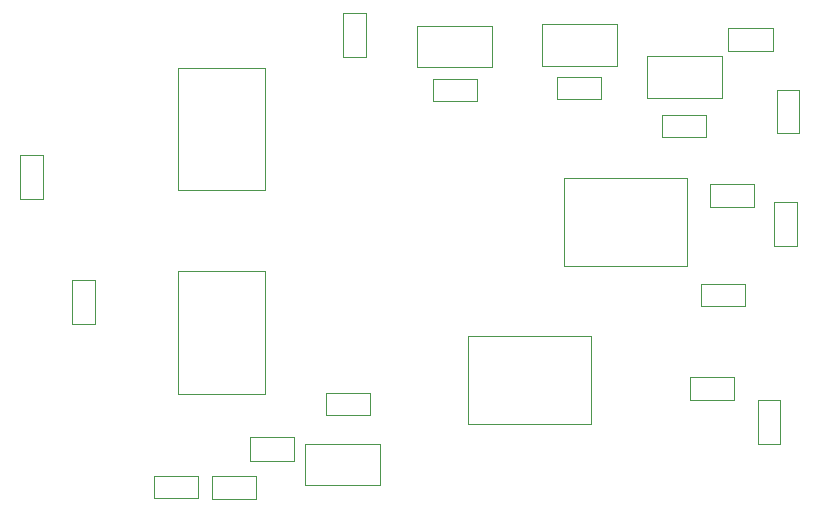
<source format=gbr>
%TF.GenerationSoftware,KiCad,Pcbnew,8.0.8*%
%TF.CreationDate,2025-07-24T20:26:14+03:00*%
%TF.ProjectId,memristor_shield,6d656d72-6973-4746-9f72-5f736869656c,rev?*%
%TF.SameCoordinates,Original*%
%TF.FileFunction,Other,User*%
%FSLAX46Y46*%
G04 Gerber Fmt 4.6, Leading zero omitted, Abs format (unit mm)*
G04 Created by KiCad (PCBNEW 8.0.8) date 2025-07-24 20:26:14*
%MOMM*%
%LPD*%
G01*
G04 APERTURE LIST*
%ADD10C,0.050000*%
G04 APERTURE END LIST*
D10*
%TO.C,C11*%
X128380000Y-75380000D02*
X130340000Y-75380000D01*
X128380000Y-79140000D02*
X128380000Y-75380000D01*
X130340000Y-75380000D02*
X130340000Y-79140000D01*
X130340000Y-79140000D02*
X128380000Y-79140000D01*
%TO.C,R25*%
X187850000Y-68840000D02*
X189750000Y-68840000D01*
X187850000Y-72540000D02*
X187850000Y-68840000D01*
X189750000Y-68840000D02*
X189750000Y-72540000D01*
X189750000Y-72540000D02*
X187850000Y-72540000D01*
%TO.C,R21*%
X158940000Y-58390000D02*
X162640000Y-58390000D01*
X158940000Y-60290000D02*
X158940000Y-58390000D01*
X162640000Y-58390000D02*
X162640000Y-60290000D01*
X162640000Y-60290000D02*
X158940000Y-60290000D01*
%TO.C,U12*%
X137355000Y-74675000D02*
X137355000Y-85075000D01*
X137355000Y-85075000D02*
X144755000Y-85075000D01*
X144755000Y-74675000D02*
X137355000Y-74675000D01*
X144755000Y-85075000D02*
X144755000Y-74675000D01*
%TO.C,R26*%
X181640000Y-75740000D02*
X185340000Y-75740000D01*
X181640000Y-77640000D02*
X181640000Y-75740000D01*
X185340000Y-75740000D02*
X185340000Y-77640000D01*
X185340000Y-77640000D02*
X181640000Y-77640000D01*
%TO.C,R27*%
X186460000Y-85570000D02*
X188360000Y-85570000D01*
X186460000Y-89270000D02*
X186460000Y-85570000D01*
X188360000Y-85570000D02*
X188360000Y-89270000D01*
X188360000Y-89270000D02*
X186460000Y-89270000D01*
%TO.C,C7*%
X182367500Y-67280000D02*
X186127500Y-67280000D01*
X182367500Y-69240000D02*
X182367500Y-67280000D01*
X186127500Y-67280000D02*
X186127500Y-69240000D01*
X186127500Y-69240000D02*
X182367500Y-69240000D01*
%TO.C,C8*%
X180700000Y-83640000D02*
X184460000Y-83640000D01*
X180700000Y-85600000D02*
X180700000Y-83640000D01*
X184460000Y-83640000D02*
X184460000Y-85600000D01*
X184460000Y-85600000D02*
X180700000Y-85600000D01*
%TO.C,R29*%
X135330000Y-92010000D02*
X139030000Y-92010000D01*
X135330000Y-93910000D02*
X135330000Y-92010000D01*
X139030000Y-92010000D02*
X139030000Y-93910000D01*
X139030000Y-93910000D02*
X135330000Y-93910000D01*
%TO.C,U13*%
X137345000Y-57435000D02*
X137345000Y-67835000D01*
X137345000Y-67835000D02*
X144745000Y-67835000D01*
X144745000Y-57435000D02*
X137345000Y-57435000D01*
X144745000Y-67835000D02*
X144745000Y-57435000D01*
%TO.C,U11*%
X170025000Y-66795000D02*
X170025000Y-74195000D01*
X170025000Y-74195000D02*
X180425000Y-74195000D01*
X180425000Y-66795000D02*
X170025000Y-66795000D01*
X180425000Y-74195000D02*
X180425000Y-66795000D01*
%TO.C,U10*%
X161955000Y-80175000D02*
X161955000Y-87575000D01*
X161955000Y-87575000D02*
X172355000Y-87575000D01*
X172355000Y-80175000D02*
X161955000Y-80175000D01*
X172355000Y-87575000D02*
X172355000Y-80175000D01*
%TO.C,U8*%
X148100000Y-89270000D02*
X148100000Y-92770000D01*
X148100000Y-92770000D02*
X154460000Y-92770000D01*
X154460000Y-89270000D02*
X148100000Y-89270000D01*
X154460000Y-92770000D02*
X154460000Y-89270000D01*
%TO.C,R22*%
X169470000Y-58230000D02*
X173170000Y-58230000D01*
X169470000Y-60130000D02*
X169470000Y-58230000D01*
X173170000Y-58230000D02*
X173170000Y-60130000D01*
X173170000Y-60130000D02*
X169470000Y-60130000D01*
%TO.C,C9*%
X143460000Y-88740000D02*
X147220000Y-88740000D01*
X143460000Y-90700000D02*
X143460000Y-88740000D01*
X147220000Y-88740000D02*
X147220000Y-90700000D01*
X147220000Y-90700000D02*
X143460000Y-90700000D01*
%TO.C,C6*%
X183950000Y-54090000D02*
X187710000Y-54090000D01*
X183950000Y-56050000D02*
X183950000Y-54090000D01*
X187710000Y-54090000D02*
X187710000Y-56050000D01*
X187710000Y-56050000D02*
X183950000Y-56050000D01*
%TO.C,R23*%
X178330000Y-61430000D02*
X182030000Y-61430000D01*
X178330000Y-63330000D02*
X178330000Y-61430000D01*
X182030000Y-61430000D02*
X182030000Y-63330000D01*
X182030000Y-63330000D02*
X178330000Y-63330000D01*
%TO.C,U3*%
X177090000Y-56490000D02*
X177090000Y-59990000D01*
X177090000Y-59990000D02*
X183450000Y-59990000D01*
X183450000Y-56490000D02*
X177090000Y-56490000D01*
X183450000Y-59990000D02*
X183450000Y-56490000D01*
%TO.C,R28*%
X149910000Y-84980000D02*
X153610000Y-84980000D01*
X149910000Y-86880000D02*
X149910000Y-84980000D01*
X153610000Y-84980000D02*
X153610000Y-86880000D01*
X153610000Y-86880000D02*
X149910000Y-86880000D01*
%TO.C,U2*%
X168200000Y-53760000D02*
X168200000Y-57260000D01*
X168200000Y-57260000D02*
X174560000Y-57260000D01*
X174560000Y-53760000D02*
X168200000Y-53760000D01*
X174560000Y-57260000D02*
X174560000Y-53760000D01*
%TO.C,C14*%
X123970000Y-64820000D02*
X125930000Y-64820000D01*
X123970000Y-68580000D02*
X123970000Y-64820000D01*
X125930000Y-64820000D02*
X125930000Y-68580000D01*
X125930000Y-68580000D02*
X123970000Y-68580000D01*
%TO.C,R30*%
X140250000Y-92020000D02*
X143950000Y-92020000D01*
X140250000Y-93920000D02*
X140250000Y-92020000D01*
X143950000Y-92020000D02*
X143950000Y-93920000D01*
X143950000Y-93920000D02*
X140250000Y-93920000D01*
%TO.C,R24*%
X188050000Y-59300000D02*
X189950000Y-59300000D01*
X188050000Y-63000000D02*
X188050000Y-59300000D01*
X189950000Y-59300000D02*
X189950000Y-63000000D01*
X189950000Y-63000000D02*
X188050000Y-63000000D01*
%TO.C,C5*%
X151300000Y-52780000D02*
X153260000Y-52780000D01*
X151300000Y-56540000D02*
X151300000Y-52780000D01*
X153260000Y-52780000D02*
X153260000Y-56540000D01*
X153260000Y-56540000D02*
X151300000Y-56540000D01*
%TO.C,U1*%
X157582500Y-53925000D02*
X157582500Y-57425000D01*
X157582500Y-57425000D02*
X163942500Y-57425000D01*
X163942500Y-53925000D02*
X157582500Y-53925000D01*
X163942500Y-57425000D02*
X163942500Y-53925000D01*
%TD*%
M02*

</source>
